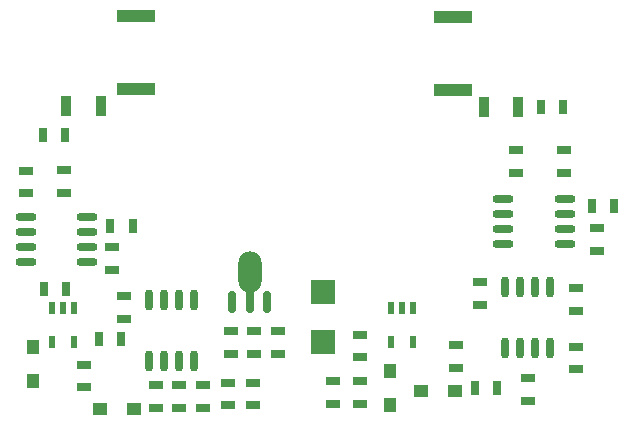
<source format=gtp>
%TF.GenerationSoftware,KiCad,Pcbnew,(5.1.4)-1*%
%TF.CreationDate,2019-12-13T01:47:11+08:00*%
%TF.ProjectId,Directional_coupler,44697265-6374-4696-9f6e-616c5f636f75,rev?*%
%TF.SameCoordinates,Original*%
%TF.FileFunction,Paste,Top*%
%TF.FilePolarity,Positive*%
%FSLAX46Y46*%
G04 Gerber Fmt 4.6, Leading zero omitted, Abs format (unit mm)*
G04 Created by KiCad (PCBNEW (5.1.4)-1) date 2019-12-13 01:47:11*
%MOMM*%
%LPD*%
G04 APERTURE LIST*
%ADD10R,0.700000X1.300000*%
%ADD11R,1.000000X1.250000*%
%ADD12R,0.600000X1.100000*%
%ADD13R,1.300000X0.700000*%
%ADD14R,1.250000X1.000000*%
%ADD15R,3.200000X1.000000*%
%ADD16R,0.900000X1.700000*%
%ADD17O,0.700000X1.900000*%
%ADD18O,2.000000X3.500000*%
%ADD19O,0.700000X2.100000*%
%ADD20O,0.700000X1.800000*%
%ADD21O,1.800000X0.700000*%
%ADD22R,2.000000X2.000000*%
G04 APERTURE END LIST*
D10*
X97216000Y-108077000D03*
X95316000Y-108077000D03*
D11*
X88138000Y-109552000D03*
X88138000Y-106602000D03*
X57912000Y-107520000D03*
X57912000Y-104570000D03*
D12*
X90104000Y-104143000D03*
X88204000Y-104143000D03*
X88204000Y-101343000D03*
X89154000Y-101343000D03*
X90104000Y-101343000D03*
X61402000Y-104143000D03*
X59502000Y-104143000D03*
X59502000Y-101343000D03*
X60452000Y-101343000D03*
X61402000Y-101343000D03*
D13*
X74650000Y-105192000D03*
X74650000Y-103292000D03*
X72300000Y-109750000D03*
X72300000Y-107850000D03*
X70250000Y-107850000D03*
X70250000Y-109750000D03*
X68350000Y-109750000D03*
X68350000Y-107850000D03*
D14*
X93677000Y-108331000D03*
X90727000Y-108331000D03*
X66499000Y-109855000D03*
X63549000Y-109855000D03*
D15*
X93472000Y-76656000D03*
X93472000Y-82856000D03*
X66600000Y-76600000D03*
X66600000Y-82800000D03*
D16*
X96086000Y-84328000D03*
X98986000Y-84328000D03*
X60750000Y-84200000D03*
X63650000Y-84200000D03*
D13*
X85598000Y-109408000D03*
X85598000Y-107508000D03*
X85598000Y-105471000D03*
X85598000Y-103571000D03*
X76550000Y-107650000D03*
X76550000Y-109550000D03*
D10*
X64450000Y-94350000D03*
X66350000Y-94350000D03*
D13*
X99822000Y-107254000D03*
X99822000Y-109154000D03*
X83312000Y-109408000D03*
X83312000Y-107508000D03*
D10*
X63500000Y-103900000D03*
X65400000Y-103900000D03*
D13*
X74400000Y-107650000D03*
X74400000Y-109550000D03*
D10*
X100904000Y-84328000D03*
X102804000Y-84328000D03*
X60650000Y-86650000D03*
X58750000Y-86650000D03*
X105222000Y-92710000D03*
X107122000Y-92710000D03*
D13*
X76630000Y-105192000D03*
X76630000Y-103292000D03*
X78662000Y-103292000D03*
X78662000Y-105192000D03*
X95758000Y-99126000D03*
X95758000Y-101026000D03*
X64600000Y-96150000D03*
X64600000Y-98050000D03*
X103886000Y-104587000D03*
X103886000Y-106487000D03*
X65600000Y-100300000D03*
X65600000Y-102200000D03*
X103886000Y-101534000D03*
X103886000Y-99634000D03*
X98806000Y-87950000D03*
X98806000Y-89850000D03*
X60500000Y-91550000D03*
X60500000Y-89650000D03*
X93726000Y-106360000D03*
X93726000Y-104460000D03*
D10*
X60750000Y-99700000D03*
X58850000Y-99700000D03*
D13*
X102870000Y-87950000D03*
X102870000Y-89850000D03*
X57350000Y-91600000D03*
X57350000Y-89700000D03*
X62250000Y-108011000D03*
X62250000Y-106111000D03*
X105664000Y-94554000D03*
X105664000Y-96454000D03*
D17*
X77750000Y-100800000D03*
D18*
X76250000Y-98300000D03*
D19*
X76250000Y-100700000D03*
D17*
X74750000Y-100800000D03*
D20*
X97917000Y-99508000D03*
X99187000Y-99508000D03*
X100457000Y-99508000D03*
X101727000Y-99508000D03*
X101727000Y-104708000D03*
X100457000Y-104708000D03*
X99187000Y-104708000D03*
X97917000Y-104708000D03*
D21*
X102930000Y-92075000D03*
X102930000Y-93345000D03*
X102930000Y-94615000D03*
X102930000Y-95885000D03*
X97730000Y-95885000D03*
X97730000Y-94615000D03*
X97730000Y-93345000D03*
X97730000Y-92075000D03*
X62500000Y-93595000D03*
X62500000Y-94865000D03*
X62500000Y-96135000D03*
X62500000Y-97405000D03*
X57300000Y-97405000D03*
X57300000Y-96135000D03*
X57300000Y-94865000D03*
X57300000Y-93595000D03*
D20*
X67745000Y-100600000D03*
X69015000Y-100600000D03*
X70285000Y-100600000D03*
X71555000Y-100600000D03*
X71555000Y-105800000D03*
X70285000Y-105800000D03*
X69015000Y-105800000D03*
X67745000Y-105800000D03*
D22*
X82468000Y-99968000D03*
X82468000Y-104168000D03*
M02*

</source>
